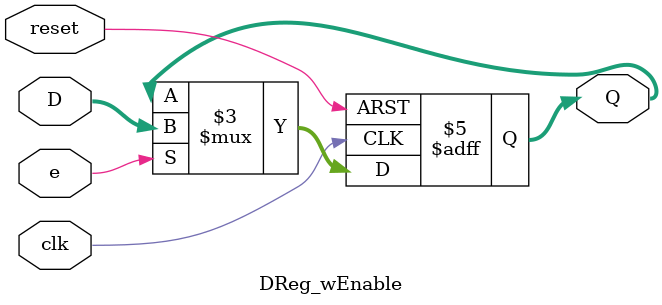
<source format=v>
`timescale 1ns / 1ps

module DReg_wEnable(
    input clk,
    input reset,
    input e,
    input [7:0] D,
    output reg [7:0] Q
    );
    
    always@(posedge clk, posedge reset) begin 
        if(reset)
           Q = 8'hZZ;
        else if(e)
           Q = D;
    end
endmodule

</source>
